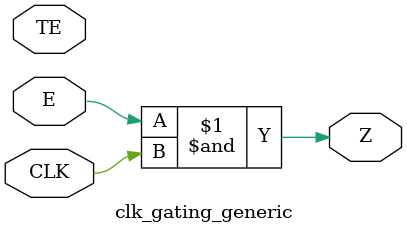
<source format=sv>

module clk_gating_generic (
  input  logic CLK,
  input  logic TE,
  input  logic E,
  output logic Z
);

  assign Z = E & CLK;

endmodule

</source>
